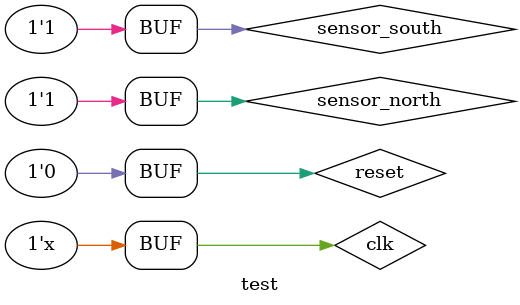
<source format=v>
`timescale 1ns / 1ps


module test;

	// Inputs
	reg clk;
	reg reset;
	reg sensor_north;
	reg sensor_south;

	// Outputs
	wire [2:0] North_LEDs;
	wire [2:0] East_LEDs;
	wire [2:0] South_LEDs;
	wire [2:0] West_LEDs;

	// Instantiate the Unit Under Test (UUT)
	Traffic uut (
		.clk(clk), 
		.reset(reset), 
		.sensor_north(sensor_north), 
		.sensor_south(sensor_south), 
		.North_LEDs(North_LEDs), 
		.East_LEDs(East_LEDs), 
		.South_LEDs(South_LEDs), 
		.West_LEDs(West_LEDs)
	);

	initial begin
		// Initialize Inputs
		clk = 0;
		reset = 0;	sensor_north = 0;	sensor_south = 0;	#200;
		reset = 1;	sensor_north = 0;	sensor_south = 0;	#200;
		reset = 0;	sensor_north = 1;	sensor_south = 0;	#200;
		reset = 0;	sensor_north = 1;	sensor_south = 1;	#200;
		reset = 0;	sensor_north = 0;	sensor_south = 1;	#200;
		reset = 0;	sensor_north = 0;	sensor_south = 0;	#200;
		reset = 1;	sensor_north = 0;	sensor_south = 0;	#200;
		reset = 0;	sensor_north = 0;	sensor_south = 1;	#200;
		reset = 0;	sensor_north = 1;	sensor_south = 0;	#200;
		reset = 0;	sensor_north = 1;	sensor_south = 1;	#200;
	end
	always #1 clk=~clk;
endmodule


</source>
